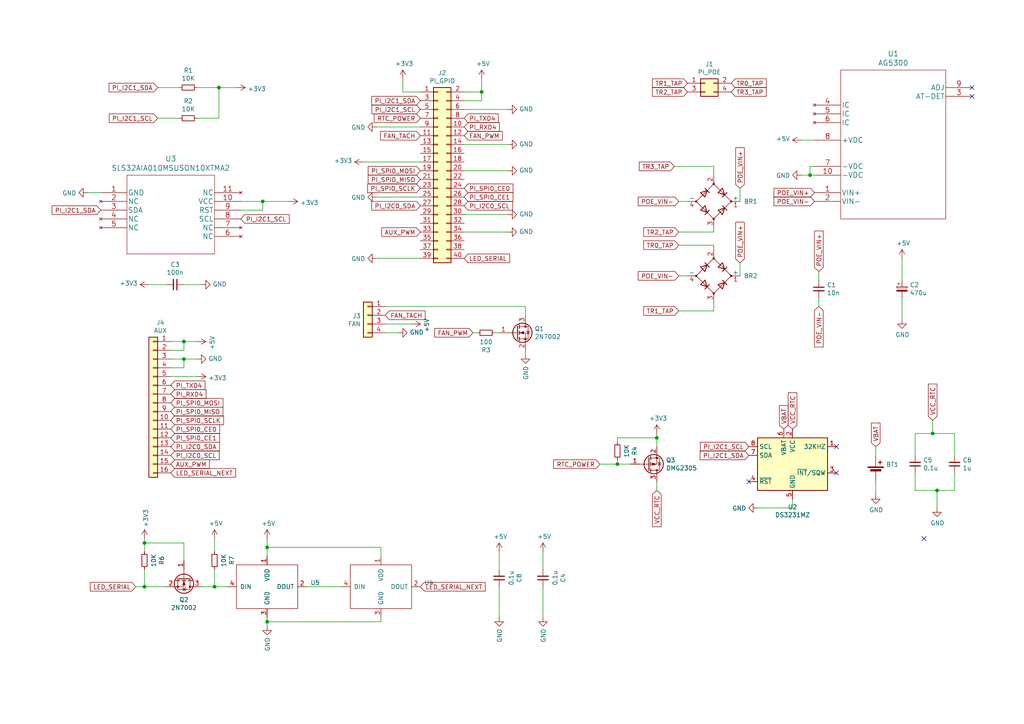
<source format=kicad_sch>
(kicad_sch (version 20230121) (generator eeschema)
  (paper "A4")
  (lib_symbols
    (symbol "Components:SK6812MINI-E" (pin_names (offset 1.016))
      (property "Reference" "U" (at 2.54 1.27 0))
      (property "Value" "SK6812MINI-E" (at 8.89 3.81 0))
      (symbol "SK6812MINI-E_0_1"
        (rectangle (start -8.89 0) (end 8.89 -12.7))
      )
      (symbol "SK6812MINI-E_1_1"
        (pin input line (at 0 2.54 270) (length 2.54) (name "VDD") (number "1"))
        (pin input line (at 11.43 -6.35 180) (length 2.54) (name "DOUT") (number "2"))
        (pin input line (at 0 -15.24 90) (length 2.54) (name "GND") (number "3"))
        (pin input line (at -11.43 -6.35 0) (length 2.54) (name "DIN") (number "4"))
      )
    )
    (symbol "Connector_Generic:Conn_01x04" (pin_names (offset 1.016) hide)
      (property "Reference" "J" (at 0 5.08 0))
      (property "Value" "Conn_01x04" (at 0 -7.62 0))
      (symbol "Conn_01x04_1_1"
        (rectangle (start -1.27 -4.953) (end 0 -5.207) (stroke (width 0.1524)))
        (rectangle (start -1.27 -2.413) (end 0 -2.667) (stroke (width 0.1524)))
        (rectangle (start -1.27 0.127) (end 0 -0.127) (stroke (width 0.1524)))
        (rectangle (start -1.27 2.667) (end 0 2.413) (stroke (width 0.1524)))
        (rectangle (start -1.27 3.81) (end 1.27 -6.35) (stroke (width 0.254)) (fill (type background)))
        (pin passive line (at -5.08 2.54 0) (length 3.81) (name "Pin_1") (number "1"))
        (pin passive line (at -5.08 0 0) (length 3.81) (name "Pin_2") (number "2"))
        (pin passive line (at -5.08 -2.54 0) (length 3.81) (name "Pin_3") (number "3"))
        (pin passive line (at -5.08 -5.08 0) (length 3.81) (name "Pin_4") (number "4"))
      )
    )
    (symbol "Connector_Generic:Conn_01x16" (pin_names (offset 1.016) hide)
      (property "Reference" "J" (at 0 20.32 0))
      (property "Value" "Conn_01x16" (at 0 -22.86 0))
      (symbol "Conn_01x16_1_1"
        (rectangle (start -1.27 -20.193) (end 0 -20.447) (stroke (width 0.1524)))
        (rectangle (start -1.27 -17.653) (end 0 -17.907) (stroke (width 0.1524)))
        (rectangle (start -1.27 -15.113) (end 0 -15.367) (stroke (width 0.1524)))
        (rectangle (start -1.27 -12.573) (end 0 -12.827) (stroke (width 0.1524)))
        (rectangle (start -1.27 -10.033) (end 0 -10.287) (stroke (width 0.1524)))
        (rectangle (start -1.27 -7.493) (end 0 -7.747) (stroke (width 0.1524)))
        (rectangle (start -1.27 -4.953) (end 0 -5.207) (stroke (width 0.1524)))
        (rectangle (start -1.27 -2.413) (end 0 -2.667) (stroke (width 0.1524)))
        (rectangle (start -1.27 0.127) (end 0 -0.127) (stroke (width 0.1524)))
        (rectangle (start -1.27 2.667) (end 0 2.413) (stroke (width 0.1524)))
        (rectangle (start -1.27 5.207) (end 0 4.953) (stroke (width 0.1524)))
        (rectangle (start -1.27 7.747) (end 0 7.493) (stroke (width 0.1524)))
        (rectangle (start -1.27 10.287) (end 0 10.033) (stroke (width 0.1524)))
        (rectangle (start -1.27 12.827) (end 0 12.573) (stroke (width 0.1524)))
        (rectangle (start -1.27 15.367) (end 0 15.113) (stroke (width 0.1524)))
        (rectangle (start -1.27 17.907) (end 0 17.653) (stroke (width 0.1524)))
        (rectangle (start -1.27 19.05) (end 1.27 -21.59) (stroke (width 0.254)) (fill (type background)))
        (pin passive line (at -5.08 17.78 0) (length 3.81) (name "Pin_1") (number "1"))
        (pin passive line (at -5.08 -5.08 0) (length 3.81) (name "Pin_10") (number "10"))
        (pin passive line (at -5.08 -7.62 0) (length 3.81) (name "Pin_11") (number "11"))
        (pin passive line (at -5.08 -10.16 0) (length 3.81) (name "Pin_12") (number "12"))
        (pin passive line (at -5.08 -12.7 0) (length 3.81) (name "Pin_13") (number "13"))
        (pin passive line (at -5.08 -15.24 0) (length 3.81) (name "Pin_14") (number "14"))
        (pin passive line (at -5.08 -17.78 0) (length 3.81) (name "Pin_15") (number "15"))
        (pin passive line (at -5.08 -20.32 0) (length 3.81) (name "Pin_16") (number "16"))
        (pin passive line (at -5.08 15.24 0) (length 3.81) (name "Pin_2") (number "2"))
        (pin passive line (at -5.08 12.7 0) (length 3.81) (name "Pin_3") (number "3"))
        (pin passive line (at -5.08 10.16 0) (length 3.81) (name "Pin_4") (number "4"))
        (pin passive line (at -5.08 7.62 0) (length 3.81) (name "Pin_5") (number "5"))
        (pin passive line (at -5.08 5.08 0) (length 3.81) (name "Pin_6") (number "6"))
        (pin passive line (at -5.08 2.54 0) (length 3.81) (name "Pin_7") (number "7"))
        (pin passive line (at -5.08 0 0) (length 3.81) (name "Pin_8") (number "8"))
        (pin passive line (at -5.08 -2.54 0) (length 3.81) (name "Pin_9") (number "9"))
      )
    )
    (symbol "Connector_Generic:Conn_02x02_Odd_Even" (pin_names (offset 1.016) hide)
      (property "Reference" "J" (at 1.27 2.54 0))
      (property "Value" "Conn_02x02_Odd_Even" (at 1.27 -5.08 0))
      (symbol "Conn_02x02_Odd_Even_1_1"
        (rectangle (start -1.27 -2.413) (end 0 -2.667) (stroke (width 0.1524)))
        (rectangle (start -1.27 0.127) (end 0 -0.127) (stroke (width 0.1524)))
        (rectangle (start -1.27 1.27) (end 3.81 -3.81) (stroke (width 0.254)) (fill (type background)))
        (rectangle (start 3.81 -2.413) (end 2.54 -2.667) (stroke (width 0.1524)))
        (rectangle (start 3.81 0.127) (end 2.54 -0.127) (stroke (width 0.1524)))
        (pin passive line (at -5.08 0 0) (length 3.81) (name "Pin_1") (number "1"))
        (pin passive line (at 7.62 0 180) (length 3.81) (name "Pin_2") (number "2"))
        (pin passive line (at -5.08 -2.54 0) (length 3.81) (name "Pin_3") (number "3"))
        (pin passive line (at 7.62 -2.54 180) (length 3.81) (name "Pin_4") (number "4"))
      )
    )
    (symbol "Connector_Generic:Conn_02x20_Odd_Even" (pin_names (offset 1.016) hide)
      (property "Reference" "J" (at 1.27 25.4 0))
      (property "Value" "Conn_02x20_Odd_Even" (at 1.27 -27.94 0))
      (symbol "Conn_02x20_Odd_Even_1_1"
        (rectangle (start -1.27 -25.273) (end 0 -25.527) (stroke (width 0.1524)))
        (rectangle (start -1.27 -22.733) (end 0 -22.987) (stroke (width 0.1524)))
        (rectangle (start -1.27 -20.193) (end 0 -20.447) (stroke (width 0.1524)))
        (rectangle (start -1.27 -17.653) (end 0 -17.907) (stroke (width 0.1524)))
        (rectangle (start -1.27 -15.113) (end 0 -15.367) (stroke (width 0.1524)))
        (rectangle (start -1.27 -12.573) (end 0 -12.827) (stroke (width 0.1524)))
        (rectangle (start -1.27 -10.033) (end 0 -10.287) (stroke (width 0.1524)))
        (rectangle (start -1.27 -7.493) (end 0 -7.747) (stroke (width 0.1524)))
        (rectangle (start -1.27 -4.953) (end 0 -5.207) (stroke (width 0.1524)))
        (rectangle (start -1.27 -2.413) (end 0 -2.667) (stroke (width 0.1524)))
        (rectangle (start -1.27 0.127) (end 0 -0.127) (stroke (width 0.1524)))
        (rectangle (start -1.27 2.667) (end 0 2.413) (stroke (width 0.1524)))
        (rectangle (start -1.27 5.207) (end 0 4.953) (stroke (width 0.1524)))
        (rectangle (start -1.27 7.747) (end 0 7.493) (stroke (width 0.1524)))
        (rectangle (start -1.27 10.287) (end 0 10.033) (stroke (width 0.1524)))
        (rectangle (start -1.27 12.827) (end 0 12.573) (stroke (width 0.1524)))
        (rectangle (start -1.27 15.367) (end 0 15.113) (stroke (width 0.1524)))
        (rectangle (start -1.27 17.907) (end 0 17.653) (stroke (width 0.1524)))
        (rectangle (start -1.27 20.447) (end 0 20.193) (stroke (width 0.1524)))
        (rectangle (start -1.27 22.987) (end 0 22.733) (stroke (width 0.1524)))
        (rectangle (start -1.27 24.13) (end 3.81 -26.67) (stroke (width 0.254)) (fill (type background)))
        (rectangle (start 3.81 -25.273) (end 2.54 -25.527) (stroke (width 0.1524)))
        (rectangle (start 3.81 -22.733) (end 2.54 -22.987) (stroke (width 0.1524)))
        (rectangle (start 3.81 -20.193) (end 2.54 -20.447) (stroke (width 0.1524)))
        (rectangle (start 3.81 -17.653) (end 2.54 -17.907) (stroke (width 0.1524)))
        (rectangle (start 3.81 -15.113) (end 2.54 -15.367) (stroke (width 0.1524)))
        (rectangle (start 3.81 -12.573) (end 2.54 -12.827) (stroke (width 0.1524)))
        (rectangle (start 3.81 -10.033) (end 2.54 -10.287) (stroke (width 0.1524)))
        (rectangle (start 3.81 -7.493) (end 2.54 -7.747) (stroke (width 0.1524)))
        (rectangle (start 3.81 -4.953) (end 2.54 -5.207) (stroke (width 0.1524)))
        (rectangle (start 3.81 -2.413) (end 2.54 -2.667) (stroke (width 0.1524)))
        (rectangle (start 3.81 0.127) (end 2.54 -0.127) (stroke (width 0.1524)))
        (rectangle (start 3.81 2.667) (end 2.54 2.413) (stroke (width 0.1524)))
        (rectangle (start 3.81 5.207) (end 2.54 4.953) (stroke (width 0.1524)))
        (rectangle (start 3.81 7.747) (end 2.54 7.493) (stroke (width 0.1524)))
        (rectangle (start 3.81 10.287) (end 2.54 10.033) (stroke (width 0.1524)))
        (rectangle (start 3.81 12.827) (end 2.54 12.573) (stroke (width 0.1524)))
        (rectangle (start 3.81 15.367) (end 2.54 15.113) (stroke (width 0.1524)))
        (rectangle (start 3.81 17.907) (end 2.54 17.653) (stroke (width 0.1524)))
        (rectangle (start 3.81 20.447) (end 2.54 20.193) (stroke (width 0.1524)))
        (rectangle (start 3.81 22.987) (end 2.54 22.733) (stroke (width 0.1524)))
        (pin passive line (at -5.08 22.86 0) (length 3.81) (name "Pin_1") (number "1"))
        (pin passive line (at 7.62 12.7 180) (length 3.81) (name "Pin_10") (number "10"))
        (pin passive line (at -5.08 10.16 0) (length 3.81) (name "Pin_11") (number "11"))
        (pin passive line (at 7.62 10.16 180) (length 3.81) (name "Pin_12") (number "12"))
        (pin passive line (at -5.08 7.62 0) (length 3.81) (name "Pin_13") (number "13"))
        (pin passive line (at 7.62 7.62 180) (length 3.81) (name "Pin_14") (number "14"))
        (pin passive line (at -5.08 5.08 0) (length 3.81) (name "Pin_15") (number "15"))
        (pin passive line (at 7.62 5.08 180) (length 3.81) (name "Pin_16") (number "16"))
        (pin passive line (at -5.08 2.54 0) (length 3.81) (name "Pin_17") (number "17"))
        (pin passive line (at 7.62 2.54 180) (length 3.81) (name "Pin_18") (number "18"))
        (pin passive line (at -5.08 0 0) (length 3.81) (name "Pin_19") (number "19"))
        (pin passive line (at 7.62 22.86 180) (length 3.81) (name "Pin_2") (number "2"))
        (pin passive line (at 7.62 0 180) (length 3.81) (name "Pin_20") (number "20"))
        (pin passive line (at -5.08 -2.54 0) (length 3.81) (name "Pin_21") (number "21"))
        (pin passive line (at 7.62 -2.54 180) (length 3.81) (name "Pin_22") (number "22"))
        (pin passive line (at -5.08 -5.08 0) (length 3.81) (name "Pin_23") (number "23"))
        (pin passive line (at 7.62 -5.08 180) (length 3.81) (name "Pin_24") (number "24"))
        (pin passive line (at -5.08 -7.62 0) (length 3.81) (name "Pin_25") (number "25"))
        (pin passive line (at 7.62 -7.62 180) (length 3.81) (name "Pin_26") (number "26"))
        (pin passive line (at -5.08 -10.16 0) (length 3.81) (name "Pin_27") (number "27"))
        (pin passive line (at 7.62 -10.16 180) (length 3.81) (name "Pin_28") (number "28"))
        (pin passive line (at -5.08 -12.7 0) (length 3.81) (name "Pin_29") (number "29"))
        (pin passive line (at -5.08 20.32 0) (length 3.81) (name "Pin_3") (number "3"))
        (pin passive line (at 7.62 -12.7 180) (length 3.81) (name "Pin_30") (number "30"))
        (pin passive line (at -5.08 -15.24 0) (length 3.81) (name "Pin_31") (number "31"))
        (pin passive line (at 7.62 -15.24 180) (length 3.81) (name "Pin_32") (number "32"))
        (pin passive line (at -5.08 -17.78 0) (length 3.81) (name "Pin_33") (number "33"))
        (pin passive line (at 7.62 -17.78 180) (length 3.81) (name "Pin_34") (number "34"))
        (pin passive line (at -5.08 -20.32 0) (length 3.81) (name "Pin_35") (number "35"))
        (pin passive line (at 7.62 -20.32 180) (length 3.81) (name "Pin_36") (number "36"))
        (pin passive line (at -5.08 -22.86 0) (length 3.81) (name "Pin_37") (number "37"))
        (pin passive line (at 7.62 -22.86 180) (length 3.81) (name "Pin_38") (number "38"))
        (pin passive line (at -5.08 -25.4 0) (length 3.81) (name "Pin_39") (number "39"))
        (pin passive line (at 7.62 20.32 180) (length 3.81) (name "Pin_4") (number "4"))
        (pin passive line (at 7.62 -25.4 180) (length 3.81) (name "Pin_40") (number "40"))
        (pin passive line (at -5.08 17.78 0) (length 3.81) (name "Pin_5") (number "5"))
        (pin passive line (at 7.62 17.78 180) (length 3.81) (name "Pin_6") (number "6"))
        (pin passive line (at -5.08 15.24 0) (length 3.81) (name "Pin_7") (number "7"))
        (pin passive line (at 7.62 15.24 180) (length 3.81) (name "Pin_8") (number "8"))
        (pin passive line (at -5.08 12.7 0) (length 3.81) (name "Pin_9") (number "9"))
      )
    )
    (symbol "Device:Battery_Cell" (pin_numbers hide) (pin_names (offset 0) hide)
      (property "Reference" "BT" (at 2.54 2.54 0))
      (property "Value" "Battery_Cell" (at 2.54 0 0))
      (symbol "Battery_Cell_0_1"
        (rectangle (start -2.286 1.778) (end 2.286 1.524) (fill (type outline)))
        (rectangle (start -1.524 1.016) (end 1.524 0.508) (fill (type outline)))
        (polyline (pts (xy 0 0.762) (xy 0 0)))
        (polyline (pts (xy 0 1.778) (xy 0 2.54)))
        (polyline (pts (xy 0.762 3.048) (xy 1.778 3.048)) (stroke (width 0.254)))
        (polyline (pts (xy 1.27 3.556) (xy 1.27 2.54)) (stroke (width 0.254)))
      )
      (symbol "Battery_Cell_1_1"
        (pin passive line (at 0 5.08 270) (length 2.54) (name "+") (number "1"))
        (pin passive line (at 0 -2.54 90) (length 2.54) (name "-") (number "2"))
      )
    )
    (symbol "Device:C_Small" (pin_numbers hide) (pin_names (offset 0.254) hide)
      (property "Reference" "C" (at 0.254 1.778 0))
      (property "Value" "C_Small" (at 0.254 -2.032 0))
      (symbol "C_Small_0_1"
        (polyline (pts (xy -1.524 -0.508) (xy 1.524 -0.508)) (stroke (width 0.3302)))
        (polyline (pts (xy -1.524 0.508) (xy 1.524 0.508)) (stroke (width 0.3048)))
      )
      (symbol "C_Small_1_1"
        (pin passive line (at 0 2.54 270) (length 2.032) (name "~") (number "1"))
        (pin passive line (at 0 -2.54 90) (length 2.032) (name "~") (number "2"))
      )
    )
    (symbol "Device:D_Bridge_+AA-" (pin_names (offset 0))
      (property "Reference" "D" (at 2.54 6.985 0))
      (property "Value" "D_Bridge_+AA-" (at 2.54 5.08 0))
      (symbol "D_Bridge_+AA-_0_1"
        (circle (center -5.08 0) (radius 0.254) (fill (type outline)))
        (circle (center 0 -5.08) (radius 0.254) (fill (type outline)))
        (polyline (pts (xy -2.54 3.81) (xy -1.27 2.54)) (stroke (width 0.254)))
        (polyline (pts (xy -1.27 -2.54) (xy -2.54 -3.81)) (stroke (width 0.254)))
        (polyline (pts (xy 2.54 -1.27) (xy 3.81 -2.54)) (stroke (width 0.254)))
        (polyline (pts (xy 2.54 1.27) (xy 3.81 2.54)) (stroke (width 0.254)))
        (polyline (pts (xy -3.81 2.54) (xy -2.54 1.27) (xy -1.905 3.175) (xy -3.81 2.54)) (stroke (width 0.254)))
        (polyline (pts (xy -2.54 -1.27) (xy -3.81 -2.54) (xy -1.905 -3.175) (xy -2.54 -1.27)) (stroke (width 0.254)))
        (polyline (pts (xy 1.27 2.54) (xy 2.54 3.81) (xy 3.175 1.905) (xy 1.27 2.54)) (stroke (width 0.254)))
        (polyline (pts (xy 3.175 -1.905) (xy 1.27 -2.54) (xy 2.54 -3.81) (xy 3.175 -1.905)) (stroke (width 0.254)))
        (polyline (pts (xy -5.08 0) (xy 0 -5.08) (xy 5.08 0) (xy 0 5.08) (xy -5.08 0)))
        (circle (center 0 5.08) (radius 0.254) (fill (type outline)))
        (circle (center 5.08 0) (radius 0.254) (fill (type outline)))
      )
      (symbol "D_Bridge_+AA-_1_1"
        (pin passive line (at 7.62 0 180) (length 2.54) (name "+") (number "1"))
        (pin passive line (at 0 7.62 270) (length 2.54) (name "~") (number "2"))
        (pin passive line (at 0 -7.62 90) (length 2.54) (name "~") (number "3"))
        (pin passive line (at -7.62 0 0) (length 2.54) (name "-") (number "4"))
      )
    )
    (symbol "Device:R_Small" (pin_numbers hide) (pin_names (offset 0.254) hide)
      (property "Reference" "R" (at 0.762 0.508 0))
      (property "Value" "R_Small" (at 0.762 -1.016 0))
      (symbol "R_Small_0_1"
        (rectangle (start -0.762 1.778) (end 0.762 -1.778) (stroke (width 0.2032)))
      )
      (symbol "R_Small_1_1"
        (pin passive line (at 0 2.54 270) (length 0.762) (name "~") (number "1"))
        (pin passive line (at 0 -2.54 90) (length 0.762) (name "~") (number "2"))
      )
    )
    (symbol "Timer_RTC:DS3231MZ"
      (property "Reference" "U" (at -7.62 8.89 0))
      (property "Value" "DS3231MZ" (at 11.43 8.89 0))
      (symbol "DS3231MZ_0_1"
        (rectangle (start -10.16 7.62) (end 10.16 -7.62) (stroke (width 0.254)) (fill (type background)))
      )
      (symbol "DS3231MZ_1_1"
        (pin open_collector line (at 12.7 5.08 180) (length 2.54) (name "32KHZ") (number "1"))
        (pin power_in line (at 0 10.16 270) (length 2.54) (name "VCC") (number "2"))
        (pin open_collector line (at 12.7 -2.54 180) (length 2.54) (name "~{INT}/SQW") (number "3"))
        (pin bidirectional line (at -12.7 -5.08 0) (length 2.54) (name "~{RST}") (number "4"))
        (pin power_in line (at 0 -10.16 90) (length 2.54) (name "GND") (number "5"))
        (pin power_in line (at -2.54 10.16 270) (length 2.54) (name "VBAT") (number "6"))
        (pin bidirectional line (at -12.7 2.54 0) (length 2.54) (name "SDA") (number "7"))
        (pin input line (at -12.7 5.08 0) (length 2.54) (name "SCL") (number "8"))
      )
    )
    (symbol "Transistor_FET:2N7002" (pin_names hide)
      (property "Reference" "Q" (at 5.08 1.905 0))
      (property "Value" "2N7002" (at 5.08 0 0))
      (symbol "2N7002_0_1"
        (polyline (pts (xy 0.254 0) (xy -2.54 0)))
        (polyline (pts (xy 0.254 1.905) (xy 0.254 -1.905)) (stroke (width 0.254)))
        (polyline (pts (xy 0.762 -1.27) (xy 0.762 -2.286)) (stroke (width 0.254)))
        (polyline (pts (xy 0.762 0.508) (xy 0.762 -0.508)) (stroke (width 0.254)))
        (polyline (pts (xy 0.762 2.286) (xy 0.762 1.27)) (stroke (width 0.254)))
        (polyline (pts (xy 2.54 2.54) (xy 2.54 1.778)))
        (polyline (pts (xy 2.54 -2.54) (xy 2.54 0) (xy 0.762 0)))
        (polyline (pts (xy 0.762 -1.778) (xy 3.302 -1.778) (xy 3.302 1.778) (xy 0.762 1.778)))
        (polyline (pts (xy 1.016 0) (xy 2.032 0.381) (xy 2.032 -0.381) (xy 1.016 0)) (fill (type outline)))
        (polyline (pts (xy 2.794 0.508) (xy 2.921 0.381) (xy 3.683 0.381) (xy 3.81 0.254)))
        (polyline (pts (xy 3.302 0.381) (xy 2.921 -0.254) (xy 3.683 -0.254) (xy 3.302 0.381)))
        (circle (center 1.651 0) (radius 2.794) (stroke (width 0.254)))
        (circle (center 2.54 -1.778) (radius 0.254) (fill (type outline)))
        (circle (center 2.54 1.778) (radius 0.254) (fill (type outline)))
      )
      (symbol "2N7002_1_1"
        (pin input line (at -5.08 0 0) (length 2.54) (name "G") (number "1"))
        (pin passive line (at 2.54 -5.08 90) (length 2.54) (name "S") (number "2"))
        (pin passive line (at 2.54 5.08 270) (length 2.54) (name "D") (number "3"))
      )
    )
    (symbol "Transistor_FET:DMG2301L" (pin_names hide)
      (property "Reference" "Q" (at 5.08 1.905 0))
      (property "Value" "DMG2301L" (at 5.08 0 0))
      (symbol "DMG2301L_0_1"
        (polyline (pts (xy 0.254 0) (xy -2.54 0)))
        (polyline (pts (xy 0.254 1.905) (xy 0.254 -1.905)) (stroke (width 0.254)))
        (polyline (pts (xy 0.762 -1.27) (xy 0.762 -2.286)) (stroke (width 0.254)))
        (polyline (pts (xy 0.762 0.508) (xy 0.762 -0.508)) (stroke (width 0.254)))
        (polyline (pts (xy 0.762 2.286) (xy 0.762 1.27)) (stroke (width 0.254)))
        (polyline (pts (xy 2.54 2.54) (xy 2.54 1.778)))
        (polyline (pts (xy 2.54 -2.54) (xy 2.54 0) (xy 0.762 0)))
        (polyline (pts (xy 0.762 1.778) (xy 3.302 1.778) (xy 3.302 -1.778) (xy 0.762 -1.778)))
        (polyline (pts (xy 2.286 0) (xy 1.27 0.381) (xy 1.27 -0.381) (xy 2.286 0)) (fill (type outline)))
        (polyline (pts (xy 2.794 -0.508) (xy 2.921 -0.381) (xy 3.683 -0.381) (xy 3.81 -0.254)))
        (polyline (pts (xy 3.302 -0.381) (xy 2.921 0.254) (xy 3.683 0.254) (xy 3.302 -0.381)))
        (circle (center 1.651 0) (radius 2.794) (stroke (width 0.254)))
        (circle (center 2.54 -1.778) (radius 0.254) (fill (type outline)))
        (circle (center 2.54 1.778) (radius 0.254) (fill (type outline)))
      )
      (symbol "DMG2301L_1_1"
        (pin input line (at -5.08 0 0) (length 2.54) (name "G") (number "1"))
        (pin passive line (at 2.54 -5.08 90) (length 2.54) (name "S") (number "2"))
        (pin passive line (at 2.54 5.08 270) (length 2.54) (name "D") (number "3"))
      )
    )
    (symbol "ag5300:AG5300" (pin_names (offset 0.254))
      (property "Reference" "U" (at 22.86 15.24 0))
      (property "Value" "AG5300" (at 22.86 12.7 0))
      (symbol "AG5300_1_1"
        (polyline (pts (xy 7.62 -33.02) (xy 38.1 -33.02)) (stroke (width 0.127)))
        (polyline (pts (xy 7.62 10.16) (xy 7.62 -33.02)) (stroke (width 0.127)))
        (polyline (pts (xy 38.1 -33.02) (xy 38.1 10.16)) (stroke (width 0.127)))
        (polyline (pts (xy 38.1 10.16) (xy 7.62 10.16)) (stroke (width 0.127)))
        (pin power_in line (at 0 -25.4 0) (length 7.62) (name "VIN+") (number "1"))
        (pin power_in line (at 0 -20.32 0) (length 7.62) (name "-VDC") (number "10"))
        (pin power_in line (at 0 -27.94 0) (length 7.62) (name "VIN-") (number "2"))
        (pin output line (at 45.72 2.54 180) (length 7.62) (name "AT-DET") (number "3"))
        (pin no_connect line (at 0 0 0) (length 7.62) (name "IC") (number "4"))
        (pin no_connect line (at 0 -2.54 0) (length 7.62) (name "IC") (number "5"))
        (pin no_connect line (at 0 -5.08 0) (length 7.62) (name "IC") (number "6"))
        (pin power_in line (at 0 -17.78 0) (length 7.62) (name "-VDC") (number "7"))
        (pin power_in line (at 0 -10.16 0) (length 7.62) (name "+VDC") (number "8"))
        (pin output line (at 45.72 5.08 180) (length 7.62) (name "ADJ") (number "9"))
      )
    )
    (symbol "board-latest-rescue:CP_Small-Device" (pin_numbers hide) (pin_names (offset 0.254) hide)
      (property "Reference" "C" (at 0.254 1.778 0))
      (property "Value" "Device_CP_Small" (at 0.254 -2.032 0))
      (symbol "CP_Small-Device_0_1"
        (rectangle (start -1.524 -0.3048) (end 1.524 -0.6858) (fill (type outline)))
        (rectangle (start -1.524 0.6858) (end 1.524 0.3048))
        (polyline (pts (xy -1.27 1.524) (xy -0.762 1.524)))
        (polyline (pts (xy -1.016 1.27) (xy -1.016 1.778)))
      )
      (symbol "CP_Small-Device_1_1"
        (pin passive line (at 0 2.54 270) (length 1.8542) (name "~") (number "1"))
        (pin passive line (at 0 -2.54 90) (length 1.8542) (name "~") (number "2"))
      )
    )
    (symbol "power:+3V3" (power) (pin_names (offset 0))
      (property "Value" "+3V3" (at 0 3.556 0))
      (symbol "+3V3_0_1"
        (polyline (pts (xy -0.762 1.27) (xy 0 2.54)))
        (polyline (pts (xy 0 0) (xy 0 2.54)))
        (polyline (pts (xy 0 2.54) (xy 0.762 1.27)))
      )
      (symbol "+3V3_1_1"
        (pin power_in line (at 0 0 90) (length 0) hide (name "+3V3") (number "1"))
      )
    )
    (symbol "power:+5V" (power) (pin_names (offset 0))
      (property "Value" "+5V" (at 0 3.556 0))
      (symbol "+5V_0_1"
        (polyline (pts (xy -0.762 1.27) (xy 0 2.54)))
        (polyline (pts (xy 0 0) (xy 0 2.54)))
        (polyline (pts (xy 0 2.54) (xy 0.762 1.27)))
      )
      (symbol "+5V_1_1"
        (pin power_in line (at 0 0 90) (length 0) hide (name "+5V") (number "1"))
      )
    )
    (symbol "power:GND" (power) (pin_names (offset 0))
      (property "Value" "GND" (at 0 -3.81 0))
      (symbol "GND_0_1"
        (polyline (pts (xy 0 0) (xy 0 -1.27) (xy 1.27 -1.27) (xy 0 -2.54) (xy -1.27 -1.27) (xy 0 -1.27)))
      )
      (symbol "GND_1_1"
        (pin power_in line (at 0 0 270) (length 0) hide (name "GND") (number "1"))
      )
    )
    (symbol "sls32aia:SLS32AIA010MSUSON10XTMA2" (pin_names (offset 0.254))
      (property "Reference" "U" (at 20.32 10.16 0))
      (property "Value" "SLS32AIA010MSUSON10XTMA2" (at 20.32 7.62 0))
      (symbol "SLS32AIA010MSUSON10XTMA2_1_1"
        (polyline (pts (xy 7.62 -17.78) (xy 33.02 -17.78)) (stroke (width 0.127)))
        (polyline (pts (xy 7.62 5.08) (xy 7.62 -17.78)) (stroke (width 0.127)))
        (polyline (pts (xy 33.02 -17.78) (xy 33.02 5.08)) (stroke (width 0.127)))
        (polyline (pts (xy 33.02 5.08) (xy 7.62 5.08)) (stroke (width 0.127)))
        (pin power_in line (at 0 0 0) (length 7.62) (name "GND") (number "1"))
        (pin power_in line (at 40.64 -2.54 180) (length 7.62) (name "VCC") (number "10"))
        (pin no_connect line (at 40.64 0 180) (length 7.62) (name "NC") (number "11"))
        (pin no_connect line (at 0 -2.54 0) (length 7.62) (name "NC") (number "2"))
        (pin bidirectional line (at 0 -5.08 0) (length 7.62) (name "SDA") (number "3"))
        (pin no_connect line (at 0 -7.62 0) (length 7.62) (name "NC") (number "4"))
        (pin no_connect line (at 0 -10.16 0) (length 7.62) (name "NC") (number "5"))
        (pin no_connect line (at 40.64 -12.7 180) (length 7.62) (name "NC") (number "6"))
        (pin no_connect line (at 40.64 -10.16 180) (length 7.62) (name "NC") (number "7"))
        (pin bidirectional line (at 40.64 -7.62 180) (length 7.62) (name "SCL") (number "8"))
        (pin input line (at 40.64 -5.08 180) (length 7.62) (name "RST") (number "9"))
      )
    )
  )
  (junction (at 271.78 142.24))
  (junction (at 190.5 127))
  (junction (at 76.2 58.42))
  (junction (at 63.5 25.4))
  (junction (at 53.34 99.06))
  (junction (at 139.7 26.67))
  (junction (at 270.51 125.73))
  (junction (at 179.07 134.62))
  (junction (at 234.95 50.8))
  (junction (at 77.47 158.75))
  (junction (at 77.47 180.34))
  (junction (at 53.34 104.14))
  (junction (at 62.23 170.18))
  (junction (at 41.91 170.18))
  (junction (at 41.91 157.48))
  (no_connect (at 281.94 27.94))
  (no_connect (at 242.57 137.16))
  (no_connect (at 217.17 139.7))
  (no_connect (at 281.94 25.4))
  (no_connect (at 267.97 156.21))
  (no_connect (at 242.57 129.54))
  (wire (pts (xy 76.2 60.96) (xy 76.2 58.42)))
  (wire (pts (xy 58.42 170.18) (xy 62.23 170.18)))
  (wire (pts (xy 207.01 67.31) (xy 207.01 66.04)))
  (wire (pts (xy 62.23 160.02) (xy 62.23 156.21)))
  (wire (pts (xy 48.26 82.55) (xy 43.18 82.55)))
  (wire (pts (xy 261.62 81.28) (xy 261.62 74.93)))
  (wire (pts (xy 147.32 62.23) (xy 134.62 62.23)))
  (wire (pts (xy 147.32 31.75) (xy 134.62 31.75)))
  (wire (pts (xy 234.95 50.8) (xy 236.22 50.8)))
  (wire (pts (xy 270.51 125.73) (xy 276.86 125.73)))
  (wire (pts (xy 63.5 25.4) (xy 68.58 25.4)))
  (wire (pts (xy 219.71 147.32) (xy 229.87 147.32)))
  (wire (pts (xy 57.15 104.14) (xy 53.34 104.14)))
  (wire (pts (xy 76.2 58.42) (xy 69.85 58.42)))
  (wire (pts (xy 179.07 127) (xy 179.07 128.27)))
  (wire (pts (xy 196.85 58.42) (xy 199.39 58.42)))
  (wire (pts (xy 157.48 160.02) (xy 157.48 165.1)))
  (wire (pts (xy 196.85 90.17) (xy 207.01 90.17)))
  (wire (pts (xy 190.5 125.73) (xy 190.5 127)))
  (wire (pts (xy 134.62 26.67) (xy 139.7 26.67)))
  (wire (pts (xy 190.5 127) (xy 179.07 127)))
  (wire (pts (xy 179.07 133.35) (xy 179.07 134.62)))
  (wire (pts (xy 49.53 106.68) (xy 53.34 106.68)))
  (wire (pts (xy 52.07 34.29) (xy 45.72 34.29)))
  (wire (pts (xy 157.48 179.07) (xy 157.48 170.18)))
  (wire (pts (xy 111.76 88.9) (xy 152.4 88.9)))
  (wire (pts (xy 207.01 90.17) (xy 207.01 87.63)))
  (wire (pts (xy 58.42 82.55) (xy 53.34 82.55)))
  (wire (pts (xy 57.15 99.06) (xy 53.34 99.06)))
  (wire (pts (xy 237.49 88.9) (xy 237.49 86.36)))
  (wire (pts (xy 190.5 142.24) (xy 190.5 139.7)))
  (wire (pts (xy 152.4 88.9) (xy 152.4 91.44)))
  (wire (pts (xy 265.43 125.73) (xy 270.51 125.73)))
  (wire (pts (xy 196.85 67.31) (xy 207.01 67.31)))
  (wire (pts (xy 139.7 29.21) (xy 139.7 26.67)))
  (wire (pts (xy 63.5 34.29) (xy 57.15 34.29)))
  (wire (pts (xy 214.63 54.61) (xy 214.63 58.42)))
  (wire (pts (xy 214.63 76.2) (xy 214.63 80.01)))
  (wire (pts (xy 109.22 74.93) (xy 121.92 74.93)))
  (wire (pts (xy 41.91 160.02) (xy 41.91 157.48)))
  (wire (pts (xy 232.41 40.64) (xy 236.22 40.64)))
  (wire (pts (xy 195.58 48.26) (xy 207.01 48.26)))
  (wire (pts (xy 234.95 48.26) (xy 234.95 50.8)))
  (wire (pts (xy 144.78 179.07) (xy 144.78 170.18)))
  (wire (pts (xy 152.4 101.6) (xy 152.4 102.87)))
  (wire (pts (xy 110.49 158.75) (xy 110.49 161.29)))
  (wire (pts (xy 261.62 86.36) (xy 261.62 92.71)))
  (wire (pts (xy 207.01 48.26) (xy 207.01 50.8)))
  (wire (pts (xy 53.34 99.06) (xy 49.53 99.06)))
  (wire (pts (xy 25.4 55.88) (xy 29.21 55.88)))
  (wire (pts (xy 115.57 96.52) (xy 111.76 96.52)))
  (wire (pts (xy 270.51 125.73) (xy 270.51 121.92)))
  (wire (pts (xy 265.43 142.24) (xy 265.43 137.16)))
  (wire (pts (xy 49.53 101.6) (xy 53.34 101.6)))
  (wire (pts (xy 271.78 147.32) (xy 271.78 142.24)))
  (wire (pts (xy 77.47 158.75) (xy 110.49 158.75)))
  (wire (pts (xy 147.32 67.31) (xy 134.62 67.31)))
  (wire (pts (xy 265.43 132.08) (xy 265.43 125.73)))
  (wire (pts (xy 41.91 157.48) (xy 53.34 157.48)))
  (wire (pts (xy 232.41 50.8) (xy 234.95 50.8)))
  (wire (pts (xy 229.87 147.32) (xy 229.87 144.78)))
  (wire (pts (xy 69.85 60.96) (xy 76.2 60.96)))
  (wire (pts (xy 196.85 80.01) (xy 199.39 80.01)))
  (wire (pts (xy 53.34 104.14) (xy 49.53 104.14)))
  (wire (pts (xy 45.72 25.4) (xy 52.07 25.4)))
  (wire (pts (xy 116.84 22.86) (xy 116.84 26.67)))
  (wire (pts (xy 77.47 180.34) (xy 110.49 180.34)))
  (wire (pts (xy 271.78 142.24) (xy 265.43 142.24)))
  (wire (pts (xy 237.49 78.74) (xy 237.49 81.28)))
  (wire (pts (xy 109.22 36.83) (xy 121.92 36.83)))
  (wire (pts (xy 254 139.7) (xy 254 143.51)))
  (wire (pts (xy 119.38 93.98) (xy 111.76 93.98)))
  (wire (pts (xy 83.82 58.42) (xy 76.2 58.42)))
  (wire (pts (xy 62.23 170.18) (xy 66.04 170.18)))
  (wire (pts (xy 57.15 109.22) (xy 49.53 109.22)))
  (wire (pts (xy 190.5 127) (xy 190.5 129.54)))
  (wire (pts (xy 63.5 25.4) (xy 63.5 34.29)))
  (wire (pts (xy 53.34 106.68) (xy 53.34 104.14)))
  (wire (pts (xy 138.43 96.52) (xy 137.16 96.52)))
  (wire (pts (xy 147.32 41.91) (xy 134.62 41.91)))
  (wire (pts (xy 139.7 26.67) (xy 139.7 22.86)))
  (wire (pts (xy 41.91 165.1) (xy 41.91 170.18)))
  (wire (pts (xy 77.47 156.21) (xy 77.47 158.75)))
  (wire (pts (xy 41.91 170.18) (xy 48.26 170.18)))
  (wire (pts (xy 77.47 179.07) (xy 77.47 180.34)))
  (wire (pts (xy 99.06 170.18) (xy 88.9 170.18)))
  (wire (pts (xy 144.78 160.02) (xy 144.78 165.1)))
  (wire (pts (xy 109.22 57.15) (xy 121.92 57.15)))
  (wire (pts (xy 105.41 46.99) (xy 121.92 46.99)))
  (wire (pts (xy 143.51 96.52) (xy 144.78 96.52)))
  (wire (pts (xy 179.07 134.62) (xy 182.88 134.62)))
  (wire (pts (xy 276.86 142.24) (xy 276.86 137.16)))
  (wire (pts (xy 62.23 170.18) (xy 62.23 165.1)))
  (wire (pts (xy 271.78 142.24) (xy 276.86 142.24)))
  (wire (pts (xy 77.47 180.34) (xy 77.47 181.61)))
  (wire (pts (xy 276.86 125.73) (xy 276.86 132.08)))
  (wire (pts (xy 39.37 170.18) (xy 41.91 170.18)))
  (wire (pts (xy 77.47 158.75) (xy 77.47 161.29)))
  (wire (pts (xy 53.34 101.6) (xy 53.34 99.06)))
  (wire (pts (xy 173.99 134.62) (xy 179.07 134.62)))
  (wire (pts (xy 41.91 157.48) (xy 41.91 156.21)))
  (wire (pts (xy 57.15 25.4) (xy 63.5 25.4)))
  (wire (pts (xy 196.85 71.12) (xy 207.01 71.12)))
  (wire (pts (xy 116.84 26.67) (xy 121.92 26.67)))
  (wire (pts (xy 110.49 180.34) (xy 110.49 179.07)))
  (wire (pts (xy 236.22 48.26) (xy 234.95 48.26)))
  (wire (pts (xy 207.01 71.12) (xy 207.01 72.39)))
  (wire (pts (xy 147.32 49.53) (xy 134.62 49.53)))
  (wire (pts (xy 53.34 157.48) (xy 53.34 162.56)))
  (wire (pts (xy 134.62 29.21) (xy 139.7 29.21)))
  (wire (pts (xy 254 129.54) (xy 254 132.08)))
  (global_label "PI_I2C1_SCL" (shape input) (at 69.85 63.5 0) (property "Intersheetrefs" "${INTERSHEET_REFS}" (effects hide)))
  (global_label "LED_SERIAL_NEXT" (shape input) (at 49.53 137.16 0) (property "Intersheetrefs" "${INTERSHEET_REFS}" (effects hide)))
  (global_label "AUX_PWM" (shape input) (at 49.53 134.62 0) (property "Intersheetrefs" "${INTERSHEET_REFS}" (effects hide)))
  (global_label "TR0_TAP" (shape input) (at 212.09 24.13 0) (property "Intersheetrefs" "${INTERSHEET_REFS}" (effects hide)))
  (global_label "PI_SPI0_MOSI" (shape input) (at 49.53 116.84 0) (property "Intersheetrefs" "${INTERSHEET_REFS}" (effects hide)))
  (global_label "PI_SPI0_CE0" (shape input) (at 134.62 54.61 0) (property "Intersheetrefs" "${INTERSHEET_REFS}" (effects hide)))
  (global_label "PI_SPI0_SCLK" (shape input) (at 49.53 121.92 0) (property "Intersheetrefs" "${INTERSHEET_REFS}" (effects hide)))
  (global_label "TR2_TAP" (shape input) (at 196.85 67.31 180) (property "Intersheetrefs" "${INTERSHEET_REFS}" (effects hide)))
  (global_label "TR0_TAP" (shape input) (at 196.85 71.12 180) (property "Intersheetrefs" "${INTERSHEET_REFS}" (effects hide)))
  (global_label "PI_I2C1_SCL" (shape input) (at 217.17 129.54 180) (property "Intersheetrefs" "${INTERSHEET_REFS}" (effects hide)))
  (global_label "PI_I2C0_SDA" (shape input) (at 49.53 129.54 0) (property "Intersheetrefs" "${INTERSHEET_REFS}" (effects hide)))
  (global_label "PI_SPI0_CE0" (shape input) (at 49.53 124.46 0) (property "Intersheetrefs" "${INTERSHEET_REFS}" (effects hide)))
  (global_label "VCC_RTC" (shape input) (at 270.51 121.92 90) (property "Intersheetrefs" "${INTERSHEET_REFS}" (effects hide)))
  (global_label "POE_VIN+" (shape input) (at 214.63 76.2 90) (property "Intersheetrefs" "${INTERSHEET_REFS}" (effects hide)))
  (global_label "VCC_RTC" (shape input) (at 190.5 142.24 270) (property "Intersheetrefs" "${INTERSHEET_REFS}" (effects hide)))
  (global_label "PI_I2C1_SDA" (shape input) (at 29.21 60.96 180) (property "Intersheetrefs" "${INTERSHEET_REFS}" (effects hide)))
  (global_label "POE_VIN-" (shape input) (at 196.85 58.42 180) (property "Intersheetrefs" "${INTERSHEET_REFS}" (effects hide)))
  (global_label "PI_I2C1_SCL" (shape input) (at 121.92 31.75 180) (property "Intersheetrefs" "${INTERSHEET_REFS}" (effects hide)))
  (global_label "PI_SPI0_SCLK" (shape input) (at 121.92 54.61 180) (property "Intersheetrefs" "${INTERSHEET_REFS}" (effects hide)))
  (global_label "POE_VIN-" (shape input) (at 236.22 58.42 180) (property "Intersheetrefs" "${INTERSHEET_REFS}" (effects hide)))
  (global_label "TR3_TAP" (shape input) (at 195.58 48.26 180) (property "Intersheetrefs" "${INTERSHEET_REFS}" (effects hide)))
  (global_label "TR1_TAP" (shape input) (at 199.39 24.13 180) (property "Intersheetrefs" "${INTERSHEET_REFS}" (effects hide)))
  (global_label "FAN_TACH" (shape input) (at 121.92 39.37 180) (property "Intersheetrefs" "${INTERSHEET_REFS}" (effects hide)))
  (global_label "POE_VIN-" (shape input) (at 196.85 80.01 180) (property "Intersheetrefs" "${INTERSHEET_REFS}" (effects hide)))
  (global_label "TR1_TAP" (shape input) (at 196.85 90.17 180) (property "Intersheetrefs" "${INTERSHEET_REFS}" (effects hide)))
  (global_label "PI_SPI0_MISO" (shape input) (at 49.53 119.38 0) (property "Intersheetrefs" "${INTERSHEET_REFS}" (effects hide)))
  (global_label "PI_TXD4" (shape input) (at 49.53 111.76 0) (property "Intersheetrefs" "${INTERSHEET_REFS}" (effects hide)))
  (global_label "PI_RXD4" (shape input) (at 134.62 36.83 0) (property "Intersheetrefs" "${INTERSHEET_REFS}" (effects hide)))
  (global_label "LED_SERIAL" (shape input) (at 134.62 74.93 0) (property "Intersheetrefs" "${INTERSHEET_REFS}" (effects hide)))
  (global_label "PI_SPI0_CE1" (shape input) (at 134.62 57.15 0) (property "Intersheetrefs" "${INTERSHEET_REFS}" (effects hide)))
  (global_label "PI_I2C1_SDA" (shape input) (at 121.92 29.21 180) (property "Intersheetrefs" "${INTERSHEET_REFS}" (effects hide)))
  (global_label "RTC_POWER" (shape input) (at 121.92 34.29 180) (property "Intersheetrefs" "${INTERSHEET_REFS}" (effects hide)))
  (global_label "TR2_TAP" (shape input) (at 199.39 26.67 180) (property "Intersheetrefs" "${INTERSHEET_REFS}" (effects hide)))
  (global_label "PI_TXD4" (shape input) (at 134.62 34.29 0) (property "Intersheetrefs" "${INTERSHEET_REFS}" (effects hide)))
  (global_label "FAN_PWM" (shape input) (at 137.16 96.52 180) (property "Intersheetrefs" "${INTERSHEET_REFS}" (effects hide)))
  (global_label "VBAT" (shape input) (at 254 129.54 90) (property "Intersheetrefs" "${INTERSHEET_REFS}" (effects hide)))
  (global_label "LED_SERIAL_NEXT" (shape input) (at 121.92 170.18 0) (property "Intersheetrefs" "${INTERSHEET_REFS}" (effects hide)))
  (global_label "TR3_TAP" (shape input) (at 212.09 26.67 0) (property "Intersheetrefs" "${INTERSHEET_REFS}" (effects hide)))
  (global_label "PI_I2C1_SDA" (shape input) (at 217.17 132.08 180) (property "Intersheetrefs" "${INTERSHEET_REFS}" (effects hide)))
  (global_label "POE_VIN+" (shape input) (at 236.22 55.88 180) (property "Intersheetrefs" "${INTERSHEET_REFS}" (effects hide)))
  (global_label "LED_SERIAL" (shape input) (at 39.37 170.18 180) (property "Intersheetrefs" "${INTERSHEET_REFS}" (effects hide)))
  (global_label "VBAT" (shape input) (at 227.33 124.46 90) (property "Intersheetrefs" "${INTERSHEET_REFS}" (effects hide)))
  (global_label "VCC_RTC" (shape input) (at 229.87 124.46 90) (property "Intersheetrefs" "${INTERSHEET_REFS}" (effects hide)))
  (global_label "PI_SPI0_CE1" (shape input) (at 49.53 127 0) (property "Intersheetrefs" "${INTERSHEET_REFS}" (effects hide)))
  (global_label "RTC_POWER" (shape input) (at 173.99 134.62 180) (property "Intersheetrefs" "${INTERSHEET_REFS}" (effects hide)))
  (global_label "AUX_PWM" (shape input) (at 121.92 67.31 180) (property "Intersheetrefs" "${INTERSHEET_REFS}" (effects hide)))
  (global_label "POE_VIN+" (shape input) (at 214.63 54.61 90) (property "Intersheetrefs" "${INTERSHEET_REFS}" (effects hide)))
  (global_label "FAN_PWM" (shape input) (at 134.62 39.37 0) (property "Intersheetrefs" "${INTERSHEET_REFS}" (effects hide)))
  (global_label "PI_SPI0_MISO" (shape input) (at 121.92 52.07 180) (property "Intersheetrefs" "${INTERSHEET_REFS}" (effects hide)))
  (global_label "PI_RXD4" (shape input) (at 49.53 114.3 0) (property "Intersheetrefs" "${INTERSHEET_REFS}" (effects hide)))
  (global_label "POE_VIN+" (shape input) (at 237.49 78.74 90) (property "Intersheetrefs" "${INTERSHEET_REFS}" (effects hide)))
  (global_label "PI_I2C1_SCL" (shape input) (at 45.72 34.29 180) (property "Intersheetrefs" "${INTERSHEET_REFS}" (effects hide)))
  (global_label "POE_VIN-" (shape input) (at 237.49 88.9 270) (property "Intersheetrefs" "${INTERSHEET_REFS}" (effects hide)))
  (global_label "PI_I2C1_SDA" (shape input) (at 45.72 25.4 180) (property "Intersheetrefs" "${INTERSHEET_REFS}" (effects hide)))
  (global_label "FAN_TACH" (shape input) (at 111.76 91.44 0) (property "Intersheetrefs" "${INTERSHEET_REFS}" (effects hide)))
  (global_label "PI_SPI0_MOSI" (shape input) (at 121.92 49.53 180) (property "Intersheetrefs" "${INTERSHEET_REFS}" (effects hide)))
  (global_label "PI_I2C0_SCL" (shape input) (at 49.53 132.08 0) (property "Intersheetrefs" "${INTERSHEET_REFS}" (effects hide)))
  (global_label "PI_I2C0_SCL" (shape input) (at 134.62 59.69 0) (property "Intersheetrefs" "${INTERSHEET_REFS}" (effects hide)))
  (global_label "PI_I2C0_SDA" (shape input) (at 121.92 59.69 180) (property "Intersheetrefs" "${INTERSHEET_REFS}" (effects hide)))
  (symbol (lib_id "Timer_RTC:DS3231MZ") (at 229.87 134.62 0) (unit 1)
    (property "Reference" "U2" (at 229.87 147.0406 0))
    (property "Value" "DS3231MZ" (at 229.87 149.352 0))
    (property "Footprint" "Package_SO:SOIC-8_3.9x4.9mm_P1.27mm" (effects hide))
    (property "Datasheet" "http://datasheets.maximintegrated.com/en/ds/DS3231M.pdf" (effects hide))
  )
  (symbol (lib_id "Device:Battery_Cell") (at 254 137.16 0) (unit 1)
    (property "Reference" "BT1" (at 256.9972 134.7216 0) (effects (justify left)))
    (property "Value" "Battery_Cell" (effects hide))
    (property "Footprint" "Battery:BatteryHolder_Keystone_3000_1x12mm" (effects hide))
  )
  (symbol (lib_id "Connector_Generic:Conn_02x20_Odd_Even") (at 127 49.53 0) (unit 1)
    (property "Reference" "J2" (at 128.27 21.1582 0))
    (property "Value" "PI_GPIO" (at 128.27 23.4696 0))
    (property "Footprint" "Connector_PinSocket_2.54mm:PinSocket_2x20_P2.54mm_Horizontal" (effects hide))
  )
  (symbol (lib_id "Connector_Generic:Conn_02x02_Odd_Even") (at 204.47 24.13 0) (unit 1)
    (property "Reference" "J1" (at 205.74 18.6182 0))
    (property "Value" "PI_POE" (at 205.74 20.9296 0))
    (property "Footprint" "Connector_PinSocket_2.54mm:PinSocket_1x04_P2.54mm_Horizontal" (effects hide))
  )
  (symbol (lib_id "sls32aia:SLS32AIA010MSUSON10XTMA2") (at 29.21 55.88 0) (unit 1)
    (property "Reference" "U3" (at 49.53 46.0502 0) (effects (font (size 1.524 1.524))))
    (property "Value" "SLS32AIA010MSUSON10XTMA2" (at 49.53 48.7426 0) (effects (font (size 1.524 1.524))))
    (property "Footprint" "sls32aia:SLS32AIA010MSUSON10XTMA2" (effects hide))
  )
  (symbol (lib_id "Device:D_Bridge_+AA-") (at 207.01 58.42 0) (unit 1)
    (property "Reference" "BR1" (at 215.7476 58.42 0) (effects (justify left)))
    (property "Value" "D_Bridge_+AA-" (effects hide))
    (property "Footprint" "cd-hd2004:CD-HD2004" (effects hide))
  )
  (symbol (lib_id "Device:D_Bridge_+AA-") (at 207.01 80.01 0) (unit 1)
    (property "Reference" "BR2" (at 215.7476 80.01 0) (effects (justify left)))
    (property "Value" "D_Bridge_+AA-" (effects hide))
    (property "Footprint" "cd-hd2004:CD-HD2004" (effects hide))
  )
  (symbol (lib_id "ag5300:AG5300") (at 236.22 30.48 0) (unit 1)
    (property "Reference" "U1" (at 259.08 15.5702 0) (effects (font (size 1.524 1.524))))
    (property "Value" "AG5300" (at 259.08 18.2626 0) (effects (font (size 1.524 1.524))))
    (property "Footprint" "Components:AG5400" (effects hide))
  )
  (symbol (lib_id "power:GND") (at 232.41 50.8 270) (unit 1)
    (property "Reference" "#PWR0101" (effects hide))
    (property "Value" "GND" (at 229.1588 50.927 90) (effects (justify right)))
  )
  (symbol (lib_id "power:+5V") (at 232.41 40.64 90) (unit 1)
    (property "Reference" "#PWR0102" (effects hide))
    (property "Value" "+5V" (at 229.1588 40.259 90) (effects (justify left)))
  )
  (symbol (lib_id "Device:C_Small") (at 237.49 83.82 0) (unit 1)
    (property "Reference" "C1" (at 239.8268 82.6516 0) (effects (justify left)))
    (property "Value" "10n" (at 239.8268 84.963 0) (effects (justify left)))
    (property "Footprint" "Capacitor_SMD:C_0805_2012Metric_Pad1.15x1.40mm_HandSolder" (effects hide))
  )
  (symbol (lib_id "board-latest-rescue:CP_Small-Device") (at 261.62 83.82 0) (unit 1)
    (property "Reference" "C2" (at 263.8552 82.6516 0) (effects (justify left)))
    (property "Value" "470u" (at 263.8552 84.963 0) (effects (justify left)))
    (property "Footprint" "Capacitor_THT:CP_Radial_D10.0mm_P5.00mm" (effects hide))
  )
  (symbol (lib_id "power:+5V") (at 261.62 74.93 0) (unit 1)
    (property "Reference" "#PWR0103" (effects hide))
    (property "Value" "+5V" (at 262.001 70.5358 0))
  )
  (symbol (lib_id "power:GND") (at 261.62 92.71 0) (unit 1)
    (property "Reference" "#PWR0104" (effects hide))
    (property "Value" "GND" (at 261.747 97.1042 0))
  )
  (symbol (lib_id "Components:SK6812MINI-E") (at 77.47 163.83 0) (unit 1)
    (property "Reference" "U5" (at 90.0176 169.0116 0) (effects (justify left)))
    (property "Value" "SK6812MINI-E" (effects hide))
    (property "Footprint" "Components:SK6812B-SIDE" (effects hide))
  )
  (symbol (lib_id "Connector_Generic:Conn_01x04") (at 106.68 91.44 0) (mirror y) (unit 1)
    (property "Reference" "J3" (at 104.648 91.6432 0) (effects (justify left)))
    (property "Value" "FAN" (at 104.648 93.9546 0) (effects (justify left)))
    (property "Footprint" "Connector_JST:JST_SH_SM04B-SRSS-TB_1x04-1MP_P1.00mm_Horizontal" (effects hide))
  )
  (symbol (lib_id "power:GND") (at 77.47 181.61 0) (unit 1)
    (property "Reference" "#PWR0134" (effects hide))
    (property "Value" "GND" (at 77.597 184.8612 90) (effects (justify right)))
  )
  (symbol (lib_id "Device:C_Small") (at 144.78 167.64 180) (unit 1)
    (property "Reference" "C8" (at 150.5966 167.64 90))
    (property "Value" "0.1u" (at 148.2852 167.64 90))
    (property "Footprint" "Capacitor_SMD:C_0805_2012Metric_Pad1.15x1.40mm_HandSolder" (effects hide))
  )
  (symbol (lib_id "power:+5V") (at 77.47 156.21 0) (unit 1)
    (property "Reference" "#PWR0135" (effects hide))
    (property "Value" "+5V" (at 77.851 151.8158 0))
  )
  (symbol (lib_id "power:+5V") (at 144.78 160.02 0) (unit 1)
    (property "Reference" "#PWR0136" (effects hide))
    (property "Value" "+5V" (at 145.161 155.6258 0))
  )
  (symbol (lib_id "power:GND") (at 144.78 179.07 0) (unit 1)
    (property "Reference" "#PWR0137" (effects hide))
    (property "Value" "GND" (at 144.907 182.3212 90) (effects (justify right)))
  )
  (symbol (lib_id "Transistor_FET:2N7002") (at 53.34 167.64 270) (unit 1)
    (property "Reference" "Q2" (at 53.34 173.9646 90))
    (property "Value" "2N7002" (at 53.34 176.276 90))
    (property "Footprint" "Package_TO_SOT_SMD:SOT-23" (effects hide))
    (property "Datasheet" "https://www.fairchildsemi.com/datasheets/2N/2N7002.pdf" (effects hide))
  )
  (symbol (lib_id "power:+5V") (at 62.23 156.21 0) (unit 1)
    (property "Reference" "#PWR0138" (effects hide))
    (property "Value" "+5V" (at 62.611 151.8158 0))
  )
  (symbol (lib_id "power:+5V") (at 139.7 22.86 0) (unit 1)
    (property "Reference" "#PWR0142" (effects hide))
    (property "Value" "+5V" (at 140.081 18.4658 0))
  )
  (symbol (lib_id "power:+3V3") (at 116.84 22.86 0) (unit 1)
    (property "Reference" "#PWR0105" (effects hide))
    (property "Value" "+3V3" (at 117.221 18.4658 0))
  )
  (symbol (lib_id "Device:R_Small") (at 62.23 162.56 180) (unit 1)
    (property "Reference" "R7" (at 67.2084 162.56 90))
    (property "Value" "10K" (at 64.897 162.56 90))
    (property "Footprint" "Resistor_SMD:R_0603_1608Metric_Pad1.05x0.95mm_HandSolder" (effects hide))
  )
  (symbol (lib_id "power:GND") (at 147.32 31.75 90) (unit 1)
    (property "Reference" "#PWR0106" (effects hide))
    (property "Value" "GND" (at 150.5712 31.623 90) (effects (justify right)))
  )
  (symbol (lib_id "power:GND") (at 147.32 41.91 90) (unit 1)
    (property "Reference" "#PWR0107" (effects hide))
    (property "Value" "GND" (at 150.5712 41.783 90) (effects (justify right)))
  )
  (symbol (lib_id "power:GND") (at 147.32 49.53 90) (unit 1)
    (property "Reference" "#PWR0108" (effects hide))
    (property "Value" "GND" (at 150.5712 49.403 90) (effects (justify right)))
  )
  (symbol (lib_id "power:GND") (at 147.32 62.23 90) (unit 1)
    (property "Reference" "#PWR0109" (effects hide))
    (property "Value" "GND" (at 150.5712 62.103 90) (effects (justify right)))
  )
  (symbol (lib_id "power:GND") (at 147.32 67.31 90) (unit 1)
    (property "Reference" "#PWR0110" (effects hide))
    (property "Value" "GND" (at 150.5712 67.183 90) (effects (justify right)))
  )
  (symbol (lib_id "power:GND") (at 109.22 74.93 270) (unit 1)
    (property "Reference" "#PWR0111" (effects hide))
    (property "Value" "GND" (at 105.9688 75.057 90) (effects (justify right)))
  )
  (symbol (lib_id "power:GND") (at 109.22 57.15 270) (unit 1)
    (property "Reference" "#PWR0112" (effects hide))
    (property "Value" "GND" (at 105.9688 57.277 90) (effects (justify right)))
  )
  (symbol (lib_id "power:+3V3") (at 41.91 156.21 0) (unit 1)
    (property "Reference" "#PWR0139" (effects hide))
    (property "Value" "+3V3" (at 42.291 152.9588 90) (effects (justify left)))
  )
  (symbol (lib_id "Device:R_Small") (at 41.91 162.56 180) (unit 1)
    (property "Reference" "R6" (at 46.8884 162.56 90))
    (property "Value" "10K" (at 44.577 162.56 90))
    (property "Footprint" "Resistor_SMD:R_0603_1608Metric_Pad1.05x0.95mm_HandSolder" (effects hide))
  )
  (symbol (lib_id "power:GND") (at 109.22 36.83 270) (unit 1)
    (property "Reference" "#PWR0113" (effects hide))
    (property "Value" "GND" (at 105.9688 36.957 90) (effects (justify right)))
  )
  (symbol (lib_id "power:+3V3") (at 105.41 46.99 90) (unit 1)
    (property "Reference" "#PWR0114" (effects hide))
    (property "Value" "+3V3" (at 102.1588 46.609 90) (effects (justify left)))
  )
  (symbol (lib_id "power:+3V3") (at 83.82 58.42 270) (unit 1)
    (property "Reference" "#PWR0115" (effects hide))
    (property "Value" "+3V3" (at 87.0712 58.801 90) (effects (justify left)))
  )
  (symbol (lib_id "power:GND") (at 25.4 55.88 270) (unit 1)
    (property "Reference" "#PWR0116" (effects hide))
    (property "Value" "GND" (at 22.1488 56.007 90) (effects (justify right)))
  )
  (symbol (lib_id "Device:C_Small") (at 50.8 82.55 270) (unit 1)
    (property "Reference" "C3" (at 50.8 76.7334 90))
    (property "Value" "100n" (at 50.8 79.0448 90))
    (property "Footprint" "Capacitor_SMD:C_0603_1608Metric_Pad1.05x0.95mm_HandSolder" (effects hide))
  )
  (symbol (lib_id "power:+3V3") (at 43.18 82.55 90) (unit 1)
    (property "Reference" "#PWR0117" (effects hide))
    (property "Value" "+3V3" (at 39.9288 82.169 90) (effects (justify left)))
  )
  (symbol (lib_id "power:GND") (at 58.42 82.55 90) (unit 1)
    (property "Reference" "#PWR0118" (effects hide))
    (property "Value" "GND" (at 61.6712 82.423 90) (effects (justify right)))
  )
  (symbol (lib_id "Device:R_Small") (at 54.61 25.4 270) (unit 1)
    (property "Reference" "R1" (at 54.61 20.4216 90))
    (property "Value" "10K" (at 54.61 22.733 90))
    (property "Footprint" "Resistor_SMD:R_0603_1608Metric_Pad1.05x0.95mm_HandSolder" (effects hide))
  )
  (symbol (lib_id "Device:R_Small") (at 54.61 34.29 270) (unit 1)
    (property "Reference" "R2" (at 54.61 29.3116 90))
    (property "Value" "10K" (at 54.61 31.623 90))
    (property "Footprint" "Resistor_SMD:R_0603_1608Metric_Pad1.05x0.95mm_HandSolder" (effects hide))
  )
  (symbol (lib_id "power:+3V3") (at 68.58 25.4 270) (unit 1)
    (property "Reference" "#PWR0119" (effects hide))
    (property "Value" "+3V3" (at 71.8312 25.781 90) (effects (justify left)))
  )
  (symbol (lib_id "Device:C_Small") (at 265.43 134.62 180) (unit 1)
    (property "Reference" "C5" (at 267.7668 133.4516 0) (effects (justify right)))
    (property "Value" "0.1u" (at 267.7668 135.763 0) (effects (justify right)))
    (property "Footprint" "Capacitor_SMD:C_0603_1608Metric_Pad1.05x0.95mm_HandSolder" (effects hide))
  )
  (symbol (lib_id "Device:C_Small") (at 276.86 134.62 180) (unit 1)
    (property "Reference" "C6" (at 279.1968 133.4516 0) (effects (justify right)))
    (property "Value" "1u" (at 279.1968 135.763 0) (effects (justify right)))
    (property "Footprint" "Capacitor_SMD:C_0603_1608Metric_Pad1.05x0.95mm_HandSolder" (effects hide))
  )
  (symbol (lib_id "power:GND") (at 254 143.51 0) (unit 1)
    (property "Reference" "#PWR0121" (effects hide))
    (property "Value" "GND" (at 254.127 147.9042 0))
  )
  (symbol (lib_id "power:GND") (at 271.78 147.32 0) (unit 1)
    (property "Reference" "#PWR0123" (effects hide))
    (property "Value" "GND" (at 271.907 151.7142 0))
  )
  (symbol (lib_id "power:+5V") (at 119.38 93.98 270) (unit 1)
    (property "Reference" "#PWR0143" (effects hide))
    (property "Value" "+5V" (at 123.7742 94.361 0))
  )
  (symbol (lib_id "power:GND") (at 115.57 96.52 90) (unit 1)
    (property "Reference" "#PWR0144" (effects hide))
    (property "Value" "GND" (at 118.8212 96.393 90) (effects (justify right)))
  )
  (symbol (lib_id "power:GND") (at 219.71 147.32 270) (unit 1)
    (property "Reference" "#PWR0124" (effects hide))
    (property "Value" "GND" (at 216.4588 147.447 90) (effects (justify right)))
  )
  (symbol (lib_id "Transistor_FET:2N7002") (at 149.86 96.52 0) (unit 1)
    (property "Reference" "Q1" (at 155.0416 95.3516 0) (effects (justify left)))
    (property "Value" "2N7002" (at 155.0416 97.663 0) (effects (justify left)))
    (property "Footprint" "Package_TO_SOT_SMD:SOT-23" (effects hide))
    (property "Datasheet" "https://www.fairchildsemi.com/datasheets/2N/2N7002.pdf" (effects hide))
  )
  (symbol (lib_id "Device:R_Small") (at 140.97 96.52 90) (unit 1)
    (property "Reference" "R3" (at 140.97 101.4984 90))
    (property "Value" "100" (at 140.97 99.187 90))
    (property "Footprint" "Resistor_SMD:R_0603_1608Metric_Pad1.05x0.95mm_HandSolder" (effects hide))
  )
  (symbol (lib_id "power:GND") (at 152.4 102.87 0) (unit 1)
    (property "Reference" "#PWR0145" (effects hide))
    (property "Value" "GND" (at 152.527 106.1212 90) (effects (justify right)))
  )
  (symbol (lib_id "Device:C_Small") (at 157.48 167.64 180) (unit 1)
    (property "Reference" "C4" (at 163.2966 167.64 90))
    (property "Value" "0.1u" (at 160.9852 167.64 90))
    (property "Footprint" "Capacitor_SMD:C_0805_2012Metric_Pad1.15x1.40mm_HandSolder" (effects hide))
  )
  (symbol (lib_id "power:+5V") (at 157.48 160.02 0) (unit 1)
    (property "Reference" "#PWR0125" (effects hide))
    (property "Value" "+5V" (at 157.861 155.6258 0))
  )
  (symbol (lib_id "power:GND") (at 157.48 179.07 0) (unit 1)
    (property "Reference" "#PWR0126" (effects hide))
    (property "Value" "GND" (at 157.607 182.3212 90) (effects (justify right)))
  )
  (symbol (lib_id "Components:SK6812MINI-E") (at 110.49 163.83 0) (unit 1)
    (property "Reference" "U4" (at 123.0376 169.0116 0) (effects (justify left)))
    (property "Value" "SK6812MINI-E" (effects hide))
    (property "Footprint" "Components:SK6812B-SIDE" (effects hide))
  )
  (symbol (lib_id "Transistor_FET:DMG2301L") (at 187.96 134.62 0) (mirror x) (unit 1)
    (property "Reference" "Q3" (at 193.1416 133.4516 0) (effects (justify left)))
    (property "Value" "DMG2305" (at 193.1416 135.763 0) (effects (justify left)))
    (property "Footprint" "Package_TO_SOT_SMD:SOT-23" (effects hide))
    (property "Datasheet" "https://www.diodes.com/assets/Datasheets/DMG2301L.pdf" (effects hide))
  )
  (symbol (lib_id "power:+3V3") (at 190.5 125.73 0) (unit 1)
    (property "Reference" "#PWR0120" (effects hide))
    (property "Value" "+3V3" (at 190.881 121.3358 0))
  )
  (symbol (lib_id "Device:R_Small") (at 179.07 130.81 180) (unit 1)
    (property "Reference" "R4" (at 184.0484 130.81 90))
    (property "Value" "10K" (at 181.737 130.81 90))
    (property "Footprint" "Resistor_SMD:R_0603_1608Metric_Pad1.05x0.95mm_HandSolder" (effects hide))
  )
  (symbol (lib_id "power:+5V") (at 57.15 99.06 270) (unit 1)
    (property "Reference" "#PWR0122" (effects hide))
    (property "Value" "+5V" (at 61.5442 99.441 0))
  )
  (symbol (lib_id "power:GND") (at 57.15 104.14 90) (unit 1)
    (property "Reference" "#PWR0127" (effects hide))
    (property "Value" "GND" (at 60.4012 104.013 90) (effects (justify right)))
  )
  (symbol (lib_id "power:+3V3") (at 57.15 109.22 270) (unit 1)
    (property "Reference" "#PWR0128" (effects hide))
    (property "Value" "+3V3" (at 60.4012 109.601 90) (effects (justify left)))
  )
  (symbol (lib_id "Connector_Generic:Conn_01x16") (at 44.45 116.84 0) (mirror y) (unit 1)
    (property "Reference" "J4" (at 46.5328 93.5482 0))
    (property "Value" "AUX" (at 46.5328 95.8596 0))
    (property "Footprint" "Connector_Harwin:Harwin_M20-89016xx_1x16_P2.54mm_Horizontal" (effects hide))
  )
)
</source>
